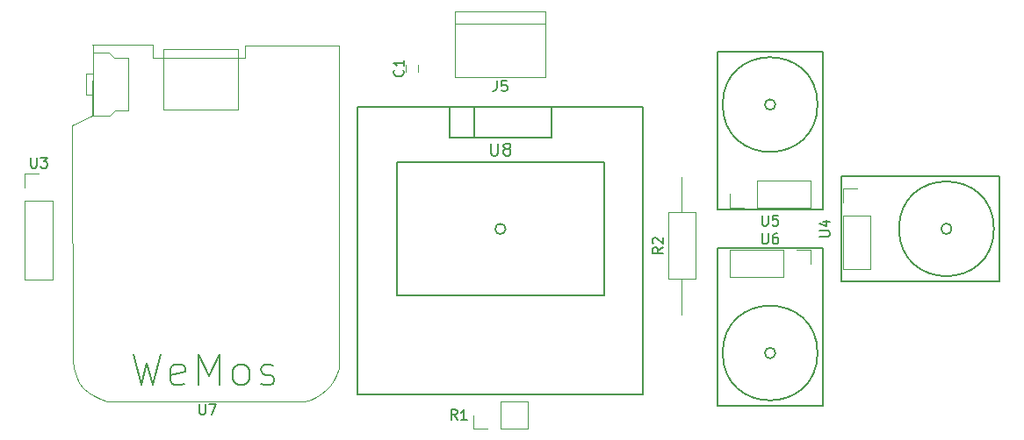
<source format=gto>
G04 #@! TF.FileFunction,Legend,Top*
%FSLAX46Y46*%
G04 Gerber Fmt 4.6, Leading zero omitted, Abs format (unit mm)*
G04 Created by KiCad (PCBNEW 4.0.7) date 08/13/18 20:02:33*
%MOMM*%
%LPD*%
G01*
G04 APERTURE LIST*
%ADD10C,0.100000*%
%ADD11C,0.120000*%
%ADD12C,0.150000*%
G04 APERTURE END LIST*
D10*
D11*
X40900000Y-4850000D02*
X40900000Y-4150000D01*
X42100000Y-4150000D02*
X42100000Y-4850000D01*
X54350000Y1030000D02*
X45650000Y1030000D01*
X54350000Y-5380000D02*
X45650000Y-5380000D01*
X45650000Y-5380000D02*
X45650000Y1030000D01*
X45650000Y-200000D02*
X54350000Y-200000D01*
X54350000Y1030000D02*
X54350000Y-5380000D01*
X52620000Y-39330000D02*
X52620000Y-36670000D01*
X50020000Y-39330000D02*
X52620000Y-39330000D01*
X50020000Y-36670000D02*
X52620000Y-36670000D01*
X50020000Y-39330000D02*
X50020000Y-36670000D01*
X48750000Y-39330000D02*
X47420000Y-39330000D01*
X47420000Y-39330000D02*
X47420000Y-38000000D01*
X66190000Y-24840000D02*
X68810000Y-24840000D01*
X68810000Y-24840000D02*
X68810000Y-18420000D01*
X68810000Y-18420000D02*
X66190000Y-18420000D01*
X66190000Y-18420000D02*
X66190000Y-24840000D01*
X67500000Y-28270000D02*
X67500000Y-24840000D01*
X67500000Y-14990000D02*
X67500000Y-18420000D01*
X4170000Y-24950000D02*
X6830000Y-24950000D01*
X4170000Y-17270000D02*
X4170000Y-24950000D01*
X6830000Y-17270000D02*
X6830000Y-24950000D01*
X4170000Y-17270000D02*
X6830000Y-17270000D01*
X4170000Y-16000000D02*
X4170000Y-14670000D01*
X4170000Y-14670000D02*
X5500000Y-14670000D01*
D12*
X93508000Y-20000000D02*
G75*
G03X93508000Y-20000000I-508000J0D01*
G01*
X97572000Y-20000000D02*
G75*
G03X97572000Y-20000000I-4572000J0D01*
G01*
X82840000Y-20000000D02*
X82840000Y-25080000D01*
X82840000Y-25080000D02*
X98080000Y-25080000D01*
X98080000Y-25080000D02*
X98080000Y-14920000D01*
X98080000Y-14920000D02*
X82840000Y-14920000D01*
X82840000Y-20000000D02*
X82840000Y-14920000D01*
D11*
X83034000Y-23870000D02*
X85694000Y-23870000D01*
X83034000Y-18730000D02*
X83034000Y-23870000D01*
X85694000Y-18730000D02*
X85694000Y-23870000D01*
X83034000Y-18730000D02*
X85694000Y-18730000D01*
X83034000Y-17460000D02*
X83034000Y-16130000D01*
X83034000Y-16130000D02*
X84364000Y-16130000D01*
D12*
X76508000Y-8000000D02*
G75*
G03X76508000Y-8000000I-508000J0D01*
G01*
X80572000Y-8000000D02*
G75*
G03X80572000Y-8000000I-4572000J0D01*
G01*
X76000000Y-18160000D02*
X81080000Y-18160000D01*
X81080000Y-18160000D02*
X81080000Y-2920000D01*
X81080000Y-2920000D02*
X70920000Y-2920000D01*
X70920000Y-2920000D02*
X70920000Y-18160000D01*
X76000000Y-18160000D02*
X70920000Y-18160000D01*
D11*
X79870000Y-17966000D02*
X79870000Y-15306000D01*
X74730000Y-17966000D02*
X79870000Y-17966000D01*
X74730000Y-15306000D02*
X79870000Y-15306000D01*
X74730000Y-17966000D02*
X74730000Y-15306000D01*
X73460000Y-17966000D02*
X72130000Y-17966000D01*
X72130000Y-17966000D02*
X72130000Y-16636000D01*
D12*
X76508000Y-32000000D02*
G75*
G03X76508000Y-32000000I-508000J0D01*
G01*
X80572000Y-32000000D02*
G75*
G03X80572000Y-32000000I-4572000J0D01*
G01*
X76000000Y-21840000D02*
X70920000Y-21840000D01*
X70920000Y-21840000D02*
X70920000Y-37080000D01*
X70920000Y-37080000D02*
X81080000Y-37080000D01*
X81080000Y-37080000D02*
X81080000Y-21840000D01*
X76000000Y-21840000D02*
X81080000Y-21840000D01*
D11*
X72130000Y-22034000D02*
X72130000Y-24694000D01*
X77270000Y-22034000D02*
X72130000Y-22034000D01*
X77270000Y-24694000D02*
X72130000Y-24694000D01*
X77270000Y-22034000D02*
X77270000Y-24694000D01*
X78540000Y-22034000D02*
X79870000Y-22034000D01*
X79870000Y-22034000D02*
X79870000Y-23364000D01*
D10*
X10682528Y-2222772D02*
X16493820Y-2222772D01*
X16493820Y-2222772D02*
X16520151Y-3506205D01*
X16520151Y-3506205D02*
X25351373Y-3499517D01*
X25351373Y-3499517D02*
X25349397Y-2297264D01*
X25349397Y-2297264D02*
X34430193Y-2323342D01*
X34430193Y-2323342D02*
X34416195Y-33493493D01*
X34416195Y-33493493D02*
X34183384Y-34096286D01*
X34183384Y-34096286D02*
X33899901Y-34641167D01*
X33899901Y-34641167D02*
X33565253Y-35127577D01*
X33565253Y-35127577D02*
X33178953Y-35554952D01*
X33178953Y-35554952D02*
X32740512Y-35922741D01*
X32740512Y-35922741D02*
X32249440Y-36230377D01*
X32249440Y-36230377D02*
X31705250Y-36477310D01*
X31705250Y-36477310D02*
X31107453Y-36662976D01*
X31107453Y-36662976D02*
X12069540Y-36691734D01*
X12069540Y-36691734D02*
X11450176Y-36457741D01*
X11450176Y-36457741D02*
X10861982Y-36173258D01*
X10861982Y-36173258D02*
X10318555Y-35823743D01*
X10318555Y-35823743D02*
X9833497Y-35394658D01*
X9833497Y-35394658D02*
X9420405Y-34871460D01*
X9420405Y-34871460D02*
X9092878Y-34239613D01*
X9092878Y-34239613D02*
X8864518Y-33484575D01*
X8864518Y-33484575D02*
X8748922Y-32591807D01*
X8748922Y-32591807D02*
X8723974Y-10036715D01*
X8723974Y-10036715D02*
X10667520Y-9075819D01*
X10667520Y-9075819D02*
X10697314Y-2267476D01*
X24679650Y-8448549D02*
X17540069Y-8448549D01*
X17540069Y-8448549D02*
X17540069Y-2634812D01*
X17540069Y-2634812D02*
X24679650Y-2634812D01*
X24679650Y-2634812D02*
X24679650Y-8448549D01*
X10756400Y-9097651D02*
X12308622Y-9097651D01*
X12308622Y-9097651D02*
X12837789Y-8568485D01*
X12837789Y-8568485D02*
X14090150Y-8568485D01*
X14090150Y-8568485D02*
X14090150Y-3506124D01*
X14090150Y-3506124D02*
X12802511Y-3506124D01*
X12802511Y-3506124D02*
X12273344Y-3012235D01*
X12273344Y-3012235D02*
X10703483Y-3012235D01*
X10703483Y-3012235D02*
X10756400Y-9097651D01*
X10721122Y-7016262D02*
X10068483Y-7016262D01*
X10068483Y-7016262D02*
X10068483Y-5023068D01*
X10068483Y-5023068D02*
X10685844Y-5023068D01*
D12*
X60000000Y-13583000D02*
X60000000Y-26447000D01*
X40000000Y-13583000D02*
X40000000Y-26447000D01*
X50500000Y-20015000D02*
G75*
G03X50500000Y-20015000I-500000J0D01*
G01*
X40000000Y-26447000D02*
X60000000Y-26447000D01*
X40000000Y-13583000D02*
X60000000Y-13583000D01*
X54572000Y-8189000D02*
X50000000Y-8189000D01*
X50000000Y-8189000D02*
X36250000Y-8189000D01*
X36250000Y-8189000D02*
X36250000Y-36013000D01*
X36250000Y-36013000D02*
X63750000Y-36013000D01*
X63750000Y-36013000D02*
X63750000Y-8189000D01*
X63750000Y-8189000D02*
X54572000Y-8189000D01*
X45090000Y-8213000D02*
X54910000Y-8213000D01*
X54910000Y-8213000D02*
X54910000Y-11213000D01*
X54910000Y-11213000D02*
X45090000Y-11213000D01*
X45090000Y-11213000D02*
X45090000Y-8213000D01*
X47460000Y-8213000D02*
X47460000Y-11213000D01*
X40607143Y-4666666D02*
X40654762Y-4714285D01*
X40702381Y-4857142D01*
X40702381Y-4952380D01*
X40654762Y-5095238D01*
X40559524Y-5190476D01*
X40464286Y-5238095D01*
X40273810Y-5285714D01*
X40130952Y-5285714D01*
X39940476Y-5238095D01*
X39845238Y-5190476D01*
X39750000Y-5095238D01*
X39702381Y-4952380D01*
X39702381Y-4857142D01*
X39750000Y-4714285D01*
X39797619Y-4666666D01*
X40702381Y-3714285D02*
X40702381Y-4285714D01*
X40702381Y-4000000D02*
X39702381Y-4000000D01*
X39845238Y-4095238D01*
X39940476Y-4190476D01*
X39988095Y-4285714D01*
X49666667Y-5692381D02*
X49666667Y-6406667D01*
X49619047Y-6549524D01*
X49523809Y-6644762D01*
X49380952Y-6692381D01*
X49285714Y-6692381D01*
X50619048Y-5692381D02*
X50142857Y-5692381D01*
X50095238Y-6168571D01*
X50142857Y-6120952D01*
X50238095Y-6073333D01*
X50476191Y-6073333D01*
X50571429Y-6120952D01*
X50619048Y-6168571D01*
X50666667Y-6263810D01*
X50666667Y-6501905D01*
X50619048Y-6597143D01*
X50571429Y-6644762D01*
X50476191Y-6692381D01*
X50238095Y-6692381D01*
X50142857Y-6644762D01*
X50095238Y-6597143D01*
X45833334Y-38452381D02*
X45500000Y-37976190D01*
X45261905Y-38452381D02*
X45261905Y-37452381D01*
X45642858Y-37452381D01*
X45738096Y-37500000D01*
X45785715Y-37547619D01*
X45833334Y-37642857D01*
X45833334Y-37785714D01*
X45785715Y-37880952D01*
X45738096Y-37928571D01*
X45642858Y-37976190D01*
X45261905Y-37976190D01*
X46785715Y-38452381D02*
X46214286Y-38452381D01*
X46500000Y-38452381D02*
X46500000Y-37452381D01*
X46404762Y-37595238D01*
X46309524Y-37690476D01*
X46214286Y-37738095D01*
X65642381Y-21796666D02*
X65166190Y-22130000D01*
X65642381Y-22368095D02*
X64642381Y-22368095D01*
X64642381Y-21987142D01*
X64690000Y-21891904D01*
X64737619Y-21844285D01*
X64832857Y-21796666D01*
X64975714Y-21796666D01*
X65070952Y-21844285D01*
X65118571Y-21891904D01*
X65166190Y-21987142D01*
X65166190Y-22368095D01*
X64737619Y-21415714D02*
X64690000Y-21368095D01*
X64642381Y-21272857D01*
X64642381Y-21034761D01*
X64690000Y-20939523D01*
X64737619Y-20891904D01*
X64832857Y-20844285D01*
X64928095Y-20844285D01*
X65070952Y-20891904D01*
X65642381Y-21463333D01*
X65642381Y-20844285D01*
X4738095Y-13122381D02*
X4738095Y-13931905D01*
X4785714Y-14027143D01*
X4833333Y-14074762D01*
X4928571Y-14122381D01*
X5119048Y-14122381D01*
X5214286Y-14074762D01*
X5261905Y-14027143D01*
X5309524Y-13931905D01*
X5309524Y-13122381D01*
X5690476Y-13122381D02*
X6309524Y-13122381D01*
X5976190Y-13503333D01*
X6119048Y-13503333D01*
X6214286Y-13550952D01*
X6261905Y-13598571D01*
X6309524Y-13693810D01*
X6309524Y-13931905D01*
X6261905Y-14027143D01*
X6214286Y-14074762D01*
X6119048Y-14122381D01*
X5833333Y-14122381D01*
X5738095Y-14074762D01*
X5690476Y-14027143D01*
X80768381Y-20761905D02*
X81577905Y-20761905D01*
X81673143Y-20714286D01*
X81720762Y-20666667D01*
X81768381Y-20571429D01*
X81768381Y-20380952D01*
X81720762Y-20285714D01*
X81673143Y-20238095D01*
X81577905Y-20190476D01*
X80768381Y-20190476D01*
X81101714Y-19285714D02*
X81768381Y-19285714D01*
X80720762Y-19523810D02*
X81435048Y-19761905D01*
X81435048Y-19142857D01*
X75238095Y-18702381D02*
X75238095Y-19511905D01*
X75285714Y-19607143D01*
X75333333Y-19654762D01*
X75428571Y-19702381D01*
X75619048Y-19702381D01*
X75714286Y-19654762D01*
X75761905Y-19607143D01*
X75809524Y-19511905D01*
X75809524Y-18702381D01*
X76761905Y-18702381D02*
X76285714Y-18702381D01*
X76238095Y-19178571D01*
X76285714Y-19130952D01*
X76380952Y-19083333D01*
X76619048Y-19083333D01*
X76714286Y-19130952D01*
X76761905Y-19178571D01*
X76809524Y-19273810D01*
X76809524Y-19511905D01*
X76761905Y-19607143D01*
X76714286Y-19654762D01*
X76619048Y-19702381D01*
X76380952Y-19702381D01*
X76285714Y-19654762D01*
X76238095Y-19607143D01*
X75238095Y-20452381D02*
X75238095Y-21261905D01*
X75285714Y-21357143D01*
X75333333Y-21404762D01*
X75428571Y-21452381D01*
X75619048Y-21452381D01*
X75714286Y-21404762D01*
X75761905Y-21357143D01*
X75809524Y-21261905D01*
X75809524Y-20452381D01*
X76714286Y-20452381D02*
X76523809Y-20452381D01*
X76428571Y-20500000D01*
X76380952Y-20547619D01*
X76285714Y-20690476D01*
X76238095Y-20880952D01*
X76238095Y-21261905D01*
X76285714Y-21357143D01*
X76333333Y-21404762D01*
X76428571Y-21452381D01*
X76619048Y-21452381D01*
X76714286Y-21404762D01*
X76761905Y-21357143D01*
X76809524Y-21261905D01*
X76809524Y-21023810D01*
X76761905Y-20928571D01*
X76714286Y-20880952D01*
X76619048Y-20833333D01*
X76428571Y-20833333D01*
X76333333Y-20880952D01*
X76285714Y-20928571D01*
X76238095Y-21023810D01*
X20988095Y-36952381D02*
X20988095Y-37761905D01*
X21035714Y-37857143D01*
X21083333Y-37904762D01*
X21178571Y-37952381D01*
X21369048Y-37952381D01*
X21464286Y-37904762D01*
X21511905Y-37857143D01*
X21559524Y-37761905D01*
X21559524Y-36952381D01*
X21940476Y-36952381D02*
X22607143Y-36952381D01*
X22178571Y-37952381D01*
X14642857Y-32097143D02*
X15357143Y-35097143D01*
X15928572Y-32954286D01*
X16500000Y-35097143D01*
X17214286Y-32097143D01*
X19500000Y-34954286D02*
X19214286Y-35097143D01*
X18642857Y-35097143D01*
X18357143Y-34954286D01*
X18214286Y-34668571D01*
X18214286Y-33525714D01*
X18357143Y-33240000D01*
X18642857Y-33097143D01*
X19214286Y-33097143D01*
X19500000Y-33240000D01*
X19642857Y-33525714D01*
X19642857Y-33811429D01*
X18214286Y-34097143D01*
X20928572Y-35097143D02*
X20928572Y-32097143D01*
X21928572Y-34240000D01*
X22928572Y-32097143D01*
X22928572Y-35097143D01*
X24785714Y-35097143D02*
X24500000Y-34954286D01*
X24357143Y-34811429D01*
X24214286Y-34525714D01*
X24214286Y-33668571D01*
X24357143Y-33382857D01*
X24500000Y-33240000D01*
X24785714Y-33097143D01*
X25214286Y-33097143D01*
X25500000Y-33240000D01*
X25642857Y-33382857D01*
X25785714Y-33668571D01*
X25785714Y-34525714D01*
X25642857Y-34811429D01*
X25500000Y-34954286D01*
X25214286Y-35097143D01*
X24785714Y-35097143D01*
X26928572Y-34954286D02*
X27214286Y-35097143D01*
X27785714Y-35097143D01*
X28071429Y-34954286D01*
X28214286Y-34668571D01*
X28214286Y-34525714D01*
X28071429Y-34240000D01*
X27785714Y-34097143D01*
X27357143Y-34097143D01*
X27071429Y-33954286D01*
X26928572Y-33668571D01*
X26928572Y-33525714D01*
X27071429Y-33240000D01*
X27357143Y-33097143D01*
X27785714Y-33097143D01*
X28071429Y-33240000D01*
X49085714Y-11755857D02*
X49085714Y-12727286D01*
X49142857Y-12841571D01*
X49200000Y-12898714D01*
X49314286Y-12955857D01*
X49542857Y-12955857D01*
X49657143Y-12898714D01*
X49714286Y-12841571D01*
X49771429Y-12727286D01*
X49771429Y-11755857D01*
X50514286Y-12270143D02*
X50400000Y-12213000D01*
X50342857Y-12155857D01*
X50285714Y-12041571D01*
X50285714Y-11984429D01*
X50342857Y-11870143D01*
X50400000Y-11813000D01*
X50514286Y-11755857D01*
X50742857Y-11755857D01*
X50857143Y-11813000D01*
X50914286Y-11870143D01*
X50971429Y-11984429D01*
X50971429Y-12041571D01*
X50914286Y-12155857D01*
X50857143Y-12213000D01*
X50742857Y-12270143D01*
X50514286Y-12270143D01*
X50400000Y-12327286D01*
X50342857Y-12384429D01*
X50285714Y-12498714D01*
X50285714Y-12727286D01*
X50342857Y-12841571D01*
X50400000Y-12898714D01*
X50514286Y-12955857D01*
X50742857Y-12955857D01*
X50857143Y-12898714D01*
X50914286Y-12841571D01*
X50971429Y-12727286D01*
X50971429Y-12498714D01*
X50914286Y-12384429D01*
X50857143Y-12327286D01*
X50742857Y-12270143D01*
M02*

</source>
